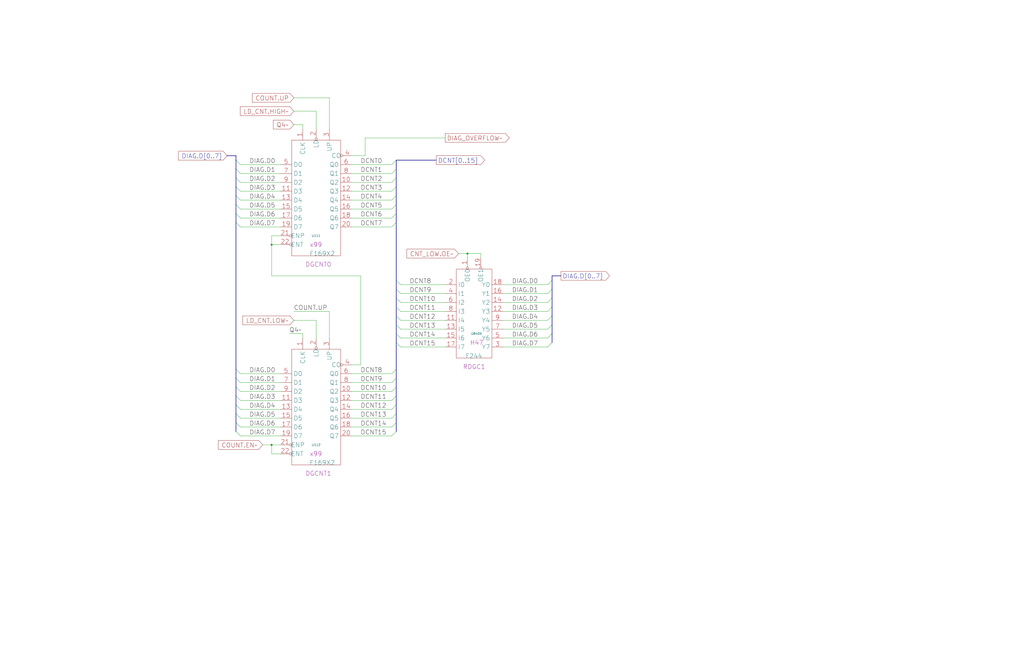
<source format=kicad_sch>
(kicad_sch (version 20230121) (generator eeschema)
  (paper "User" 584.2 378.46)
  (title_block (title "DIAGNOSTIC LOOP COUNTER") (date "22-MAY-90") (rev "1.0") (comment 1 "SEQUENCER") (comment 2 "232-003064") (comment 3 "S400") (comment 4 "RELEASED"))
  (lib_symbols
    (symbol "r1000:F169X2" (pin_names (offset 1.016))
      (property "Reference" "U" (at 2.54 5.08 0))
      (property "Value" "F169X2" (at -1.27 -5.08 0))
      (property "Location" "___" (at -1.27 0 0))
      (property "Name" "______" (at 3.81 -12.7 0))
      (symbol "F169X2_1_1"
        (circle (center -12.065 0) (radius 0.635))
        (circle (center -12.065 5.08) (radius 0.635))
        (rectangle (start -11.43 59.69) (end 16.51 -6.35))
        (circle (center 2.54 60.325) (radius 0.635))
        (circle (center 17.145 50.8) (radius 0.635))
        (pin input line (at -5.08 66.04 270) (length 6.35) (name "CLK") (number "1"))
        (pin output line (at 22.86 35.56 180) (length 6.35) (name "Q2") (number "10"))
        (pin input line (at -17.78 30.48 0) (length 6.35) (name "D3") (number "11"))
        (pin output line (at 22.86 30.48 180) (length 6.35) (name "Q3") (number "12"))
        (pin input line (at -17.78 25.4 0) (length 6.35) (name "D4") (number "13"))
        (pin output line (at 22.86 25.4 180) (length 6.35) (name "Q4") (number "14"))
        (pin input line (at -17.78 20.32 0) (length 6.35) (name "D5") (number "15"))
        (pin output line (at 22.86 20.32 180) (length 6.35) (name "Q5") (number "16"))
        (pin input line (at -17.78 15.24 0) (length 6.35) (name "D6") (number "17"))
        (pin output line (at 22.86 15.24 180) (length 6.35) (name "Q6") (number "18"))
        (pin input line (at -17.78 10.16 0) (length 6.35) (name "D7") (number "19"))
        (pin input line (at 2.54 66.04 270) (length 5.08) (name "LD") (number "2"))
        (pin output line (at 22.86 10.16 180) (length 6.35) (name "Q7") (number "20"))
        (pin input line (at -17.78 5.08 0) (length 5.08) (name "ENP") (number "21"))
        (pin input line (at -17.78 0 0) (length 5.08) (name "ENT") (number "22"))
        (pin input line (at 10.16 66.04 270) (length 6.35) (name "UP") (number "3"))
        (pin output line (at 22.86 50.8 180) (length 5.08) (name "CO") (number "4"))
        (pin input line (at -17.78 45.72 0) (length 6.35) (name "D0") (number "5"))
        (pin output line (at 22.86 45.72 180) (length 6.35) (name "Q0") (number "6"))
        (pin input line (at -17.78 40.64 0) (length 6.35) (name "D1") (number "7"))
        (pin output line (at 22.86 40.64 180) (length 6.35) (name "Q1") (number "8"))
        (pin input line (at -17.78 35.56 0) (length 6.35) (name "D2") (number "9"))
      )
    )
    (symbol "r1000:F244" (pin_names (offset 1.016))
      (property "Reference" "U" (at 2.54 5.08 0))
      (property "Value" "F244" (at -3.81 -7.62 0))
      (property "Location" "___" (at -1.27 0 0))
      (property "Name" "______" (at 1.27 -15.24 0))
      (symbol "F244_1_1"
        (rectangle (start -8.89 41.91) (end 11.43 -8.89))
        (circle (center -2.54 42.545) (radius 0.635))
        (circle (center 5.08 42.545) (radius 0.635))
        (pin input line (at -2.54 48.26 270) (length 5.08) (name "OE0") (number "1"))
        (pin input line (at -15.24 12.7 0) (length 6.35) (name "I4") (number "11"))
        (pin tri_state line (at 17.78 17.78 180) (length 6.35) (name "Y3") (number "12"))
        (pin input line (at -15.24 7.62 0) (length 6.35) (name "I5") (number "13"))
        (pin tri_state line (at 17.78 22.86 180) (length 6.35) (name "Y2") (number "14"))
        (pin input line (at -15.24 2.54 0) (length 6.35) (name "I6") (number "15"))
        (pin tri_state line (at 17.78 27.94 180) (length 6.35) (name "Y1") (number "16"))
        (pin input line (at -15.24 -2.54 0) (length 6.35) (name "I7") (number "17"))
        (pin tri_state line (at 17.78 33.02 180) (length 6.35) (name "Y0") (number "18"))
        (pin input line (at 5.08 48.26 270) (length 5.08) (name "OE1") (number "19"))
        (pin input line (at -15.24 33.02 0) (length 6.35) (name "I0") (number "2"))
        (pin tri_state line (at 17.78 -2.54 180) (length 6.35) (name "Y7") (number "3"))
        (pin input line (at -15.24 27.94 0) (length 6.35) (name "I1") (number "4"))
        (pin tri_state line (at 17.78 2.54 180) (length 6.35) (name "Y6") (number "5"))
        (pin input line (at -15.24 22.86 0) (length 6.35) (name "I2") (number "6"))
        (pin tri_state line (at 17.78 7.62 180) (length 6.35) (name "Y5") (number "7"))
        (pin input line (at -15.24 17.78 0) (length 6.35) (name "I3") (number "8"))
        (pin tri_state line (at 17.78 12.7 180) (length 6.35) (name "Y4") (number "9"))
      )
    )
  )
  (junction (at 154.94 254))
  (junction (at 154.94 139.7))
  (junction (at 266.7 144.78))
  (bus_entry (at 314.96 180.34) (size -2.54 2.54))
  (bus_entry (at 314.96 170.18) (size -2.54 2.54))
  (bus_entry (at 134.62 215.9) (size 2.54 2.54))
  (bus_entry (at 226.06 190.5) (size 2.54 2.54))
  (bus_entry (at 226.06 236.22) (size -2.54 2.54))
  (bus_entry (at 134.62 236.22) (size 2.54 2.54))
  (bus_entry (at 226.06 220.98) (size -2.54 2.54))
  (bus_entry (at 134.62 91.44) (size 2.54 2.54))
  (bus_entry (at 226.06 160.02) (size 2.54 2.54))
  (bus_entry (at 226.06 101.6) (size -2.54 2.54))
  (bus_entry (at 314.96 175.26) (size -2.54 2.54))
  (bus_entry (at 226.06 116.84) (size -2.54 2.54))
  (bus_entry (at 134.62 106.68) (size 2.54 2.54))
  (bus_entry (at 314.96 160.02) (size -2.54 2.54))
  (bus_entry (at 134.62 241.3) (size 2.54 2.54))
  (bus_entry (at 226.06 215.9) (size -2.54 2.54))
  (bus_entry (at 134.62 226.06) (size 2.54 2.54))
  (bus_entry (at 314.96 185.42) (size -2.54 2.54))
  (bus_entry (at 314.96 195.58) (size -2.54 2.54))
  (bus_entry (at 226.06 121.92) (size -2.54 2.54))
  (bus_entry (at 226.06 185.42) (size 2.54 2.54))
  (bus_entry (at 226.06 195.58) (size 2.54 2.54))
  (bus_entry (at 226.06 111.76) (size -2.54 2.54))
  (bus_entry (at 226.06 170.18) (size 2.54 2.54))
  (bus_entry (at 134.62 96.52) (size 2.54 2.54))
  (bus_entry (at 134.62 116.84) (size 2.54 2.54))
  (bus_entry (at 134.62 121.92) (size 2.54 2.54))
  (bus_entry (at 226.06 165.1) (size 2.54 2.54))
  (bus_entry (at 226.06 180.34) (size 2.54 2.54))
  (bus_entry (at 134.62 111.76) (size 2.54 2.54))
  (bus_entry (at 134.62 246.38) (size 2.54 2.54))
  (bus_entry (at 226.06 246.38) (size -2.54 2.54))
  (bus_entry (at 314.96 190.5) (size -2.54 2.54))
  (bus_entry (at 226.06 96.52) (size -2.54 2.54))
  (bus_entry (at 134.62 220.98) (size 2.54 2.54))
  (bus_entry (at 134.62 127) (size 2.54 2.54))
  (bus_entry (at 226.06 91.44) (size -2.54 2.54))
  (bus_entry (at 226.06 106.68) (size -2.54 2.54))
  (bus_entry (at 226.06 127) (size -2.54 2.54))
  (bus_entry (at 226.06 226.06) (size -2.54 2.54))
  (bus_entry (at 226.06 210.82) (size -2.54 2.54))
  (bus_entry (at 226.06 175.26) (size 2.54 2.54))
  (bus_entry (at 226.06 231.14) (size -2.54 2.54))
  (bus_entry (at 134.62 231.14) (size 2.54 2.54))
  (bus_entry (at 134.62 101.6) (size 2.54 2.54))
  (bus_entry (at 226.06 241.3) (size -2.54 2.54))
  (bus_entry (at 314.96 165.1) (size -2.54 2.54))
  (bus_entry (at 134.62 210.82) (size 2.54 2.54))
  (wire (pts (xy 149.86 254) (xy 154.94 254)))
  (wire (pts (xy 200.66 114.3) (xy 223.52 114.3)))
  (bus (pts (xy 134.62 210.82) (xy 134.62 215.9)))
  (wire (pts (xy 228.6 193.04) (xy 254 193.04)))
  (wire (pts (xy 200.66 124.46) (xy 223.52 124.46)))
  (wire (pts (xy 180.34 63.5) (xy 180.34 73.66)))
  (bus (pts (xy 248.92 91.44) (xy 226.06 91.44)))
  (wire (pts (xy 208.28 78.74) (xy 254 78.74)))
  (bus (pts (xy 134.62 121.92) (xy 134.62 127)))
  (bus (pts (xy 134.62 106.68) (xy 134.62 111.76)))
  (wire (pts (xy 200.66 248.92) (xy 223.52 248.92)))
  (wire (pts (xy 137.16 243.84) (xy 160.02 243.84)))
  (bus (pts (xy 129.54 88.9) (xy 134.62 88.9)))
  (bus (pts (xy 226.06 101.6) (xy 226.06 106.68)))
  (wire (pts (xy 167.64 55.88) (xy 187.96 55.88)))
  (wire (pts (xy 167.64 177.8) (xy 187.96 177.8)))
  (bus (pts (xy 134.62 236.22) (xy 134.62 241.3)))
  (bus (pts (xy 226.06 226.06) (xy 226.06 231.14)))
  (wire (pts (xy 200.66 208.28) (xy 205.74 208.28)))
  (bus (pts (xy 226.06 96.52) (xy 226.06 101.6)))
  (wire (pts (xy 205.74 157.48) (xy 154.94 157.48)))
  (wire (pts (xy 167.64 182.88) (xy 180.34 182.88)))
  (wire (pts (xy 200.66 109.22) (xy 223.52 109.22)))
  (wire (pts (xy 154.94 134.62) (xy 160.02 134.62)))
  (wire (pts (xy 266.7 144.78) (xy 266.7 147.32)))
  (wire (pts (xy 137.16 129.54) (xy 160.02 129.54)))
  (wire (pts (xy 228.6 172.72) (xy 254 172.72)))
  (wire (pts (xy 287.02 198.12) (xy 312.42 198.12)))
  (bus (pts (xy 134.62 231.14) (xy 134.62 236.22)))
  (wire (pts (xy 200.66 238.76) (xy 223.52 238.76)))
  (wire (pts (xy 200.66 88.9) (xy 208.28 88.9)))
  (wire (pts (xy 137.16 218.44) (xy 160.02 218.44)))
  (wire (pts (xy 200.66 218.44) (xy 223.52 218.44)))
  (wire (pts (xy 228.6 182.88) (xy 254 182.88)))
  (wire (pts (xy 165.1 190.5) (xy 172.72 190.5)))
  (wire (pts (xy 200.66 129.54) (xy 223.52 129.54)))
  (wire (pts (xy 137.16 228.6) (xy 160.02 228.6)))
  (bus (pts (xy 226.06 170.18) (xy 226.06 175.26)))
  (bus (pts (xy 226.06 236.22) (xy 226.06 241.3)))
  (wire (pts (xy 287.02 193.04) (xy 312.42 193.04)))
  (wire (pts (xy 287.02 167.64) (xy 312.42 167.64)))
  (wire (pts (xy 200.66 93.98) (xy 223.52 93.98)))
  (bus (pts (xy 314.96 180.34) (xy 314.96 185.42)))
  (wire (pts (xy 137.16 248.92) (xy 160.02 248.92)))
  (wire (pts (xy 160.02 259.08) (xy 154.94 259.08)))
  (bus (pts (xy 226.06 241.3) (xy 226.06 246.38)))
  (bus (pts (xy 314.96 157.48) (xy 320.04 157.48)))
  (wire (pts (xy 137.16 238.76) (xy 160.02 238.76)))
  (bus (pts (xy 134.62 116.84) (xy 134.62 121.92)))
  (bus (pts (xy 226.06 195.58) (xy 226.06 210.82)))
  (bus (pts (xy 226.06 160.02) (xy 226.06 165.1)))
  (wire (pts (xy 137.16 223.52) (xy 160.02 223.52)))
  (wire (pts (xy 154.94 254) (xy 160.02 254)))
  (wire (pts (xy 187.96 177.8) (xy 187.96 193.04)))
  (bus (pts (xy 226.06 220.98) (xy 226.06 226.06)))
  (bus (pts (xy 226.06 231.14) (xy 226.06 236.22)))
  (wire (pts (xy 287.02 162.56) (xy 312.42 162.56)))
  (wire (pts (xy 228.6 177.8) (xy 254 177.8)))
  (bus (pts (xy 134.62 96.52) (xy 134.62 101.6)))
  (wire (pts (xy 137.16 93.98) (xy 160.02 93.98)))
  (wire (pts (xy 200.66 104.14) (xy 223.52 104.14)))
  (bus (pts (xy 226.06 215.9) (xy 226.06 220.98)))
  (wire (pts (xy 137.16 124.46) (xy 160.02 124.46)))
  (bus (pts (xy 226.06 190.5) (xy 226.06 195.58)))
  (bus (pts (xy 226.06 175.26) (xy 226.06 180.34)))
  (wire (pts (xy 200.66 119.38) (xy 223.52 119.38)))
  (bus (pts (xy 226.06 116.84) (xy 226.06 121.92)))
  (bus (pts (xy 134.62 111.76) (xy 134.62 116.84)))
  (wire (pts (xy 200.66 213.36) (xy 223.52 213.36)))
  (wire (pts (xy 287.02 187.96) (xy 312.42 187.96)))
  (bus (pts (xy 314.96 157.48) (xy 314.96 160.02)))
  (bus (pts (xy 226.06 165.1) (xy 226.06 170.18)))
  (wire (pts (xy 137.16 119.38) (xy 160.02 119.38)))
  (bus (pts (xy 314.96 170.18) (xy 314.96 175.26)))
  (wire (pts (xy 180.34 182.88) (xy 180.34 193.04)))
  (wire (pts (xy 200.66 243.84) (xy 223.52 243.84)))
  (wire (pts (xy 205.74 208.28) (xy 205.74 157.48)))
  (bus (pts (xy 314.96 175.26) (xy 314.96 180.34)))
  (wire (pts (xy 200.66 228.6) (xy 223.52 228.6)))
  (wire (pts (xy 287.02 182.88) (xy 312.42 182.88)))
  (wire (pts (xy 137.16 114.3) (xy 160.02 114.3)))
  (wire (pts (xy 200.66 233.68) (xy 223.52 233.68)))
  (wire (pts (xy 261.62 144.78) (xy 266.7 144.78)))
  (wire (pts (xy 287.02 177.8) (xy 312.42 177.8)))
  (wire (pts (xy 137.16 104.14) (xy 160.02 104.14)))
  (bus (pts (xy 314.96 165.1) (xy 314.96 170.18)))
  (wire (pts (xy 154.94 139.7) (xy 160.02 139.7)))
  (bus (pts (xy 226.06 210.82) (xy 226.06 215.9)))
  (bus (pts (xy 226.06 111.76) (xy 226.06 116.84)))
  (wire (pts (xy 154.94 259.08) (xy 154.94 254)))
  (bus (pts (xy 134.62 226.06) (xy 134.62 231.14)))
  (bus (pts (xy 314.96 190.5) (xy 314.96 195.58)))
  (wire (pts (xy 172.72 190.5) (xy 172.72 193.04)))
  (wire (pts (xy 137.16 213.36) (xy 160.02 213.36)))
  (wire (pts (xy 274.32 144.78) (xy 274.32 147.32)))
  (bus (pts (xy 134.62 215.9) (xy 134.62 220.98)))
  (wire (pts (xy 266.7 144.78) (xy 274.32 144.78)))
  (wire (pts (xy 137.16 233.68) (xy 160.02 233.68)))
  (bus (pts (xy 226.06 185.42) (xy 226.06 190.5)))
  (wire (pts (xy 287.02 172.72) (xy 312.42 172.72)))
  (bus (pts (xy 226.06 91.44) (xy 226.06 96.52)))
  (bus (pts (xy 226.06 106.68) (xy 226.06 111.76)))
  (wire (pts (xy 137.16 109.22) (xy 160.02 109.22)))
  (wire (pts (xy 208.28 88.9) (xy 208.28 78.74)))
  (wire (pts (xy 228.6 167.64) (xy 254 167.64)))
  (bus (pts (xy 134.62 91.44) (xy 134.62 96.52)))
  (wire (pts (xy 154.94 139.7) (xy 154.94 134.62)))
  (bus (pts (xy 226.06 180.34) (xy 226.06 185.42)))
  (wire (pts (xy 137.16 99.06) (xy 160.02 99.06)))
  (wire (pts (xy 167.64 71.12) (xy 172.72 71.12)))
  (wire (pts (xy 200.66 99.06) (xy 223.52 99.06)))
  (bus (pts (xy 134.62 101.6) (xy 134.62 106.68)))
  (bus (pts (xy 134.62 127) (xy 134.62 210.82)))
  (bus (pts (xy 226.06 127) (xy 226.06 160.02)))
  (bus (pts (xy 314.96 160.02) (xy 314.96 165.1)))
  (wire (pts (xy 167.64 63.5) (xy 180.34 63.5)))
  (wire (pts (xy 172.72 71.12) (xy 172.72 73.66)))
  (bus (pts (xy 134.62 241.3) (xy 134.62 246.38)))
  (wire (pts (xy 228.6 187.96) (xy 254 187.96)))
  (bus (pts (xy 134.62 220.98) (xy 134.62 226.06)))
  (bus (pts (xy 226.06 121.92) (xy 226.06 127)))
  (wire (pts (xy 228.6 162.56) (xy 254 162.56)))
  (wire (pts (xy 228.6 198.12) (xy 254 198.12)))
  (wire (pts (xy 200.66 223.52) (xy 223.52 223.52)))
  (bus (pts (xy 134.62 88.9) (xy 134.62 91.44)))
  (wire (pts (xy 187.96 55.88) (xy 187.96 73.66)))
  (wire (pts (xy 154.94 157.48) (xy 154.94 139.7)))
  (bus (pts (xy 314.96 185.42) (xy 314.96 190.5)))
  (label "DIAG.D0" (at 142.24 93.98 0) (effects (font (size 2.54 2.54))))
  (label "DIAG.D4" (at 292.1 182.88 0) (effects (font (size 2.54 2.54))))
  (label "DCNT3" (at 205.74 109.22 0) (effects (font (size 2.54 2.54))))
  (label "DCNT2" (at 205.74 104.14 0) (effects (font (size 2.54 2.54))))
  (label "DIAG.D2" (at 142.24 223.52 0) (effects (font (size 2.54 2.54))))
  (label "DCNT6" (at 205.74 124.46 0) (effects (font (size 2.54 2.54))))
  (label "DIAG.D3" (at 292.1 177.8 0) (effects (font (size 2.54 2.54))))
  (label "DCNT1" (at 205.74 99.06 0) (effects (font (size 2.54 2.54))))
  (label "DIAG.D2" (at 142.24 104.14 0) (effects (font (size 2.54 2.54))))
  (label "DIAG.D1" (at 142.24 99.06 0) (effects (font (size 2.54 2.54))))
  (label "DCNT7" (at 205.74 129.54 0) (effects (font (size 2.54 2.54))))
  (label "DIAG.D1" (at 142.24 218.44 0) (effects (font (size 2.54 2.54))))
  (label "DCNT10" (at 205.74 223.52 0) (effects (font (size 2.54 2.54))))
  (label "DIAG.D5" (at 142.24 238.76 0) (effects (font (size 2.54 2.54))))
  (label "DIAG.D7" (at 292.1 198.12 0) (effects (font (size 2.54 2.54))))
  (label "DIAG.D3" (at 142.24 109.22 0) (effects (font (size 2.54 2.54))))
  (label "DCNT15" (at 205.74 248.92 0) (effects (font (size 2.54 2.54))))
  (label "DIAG.D5" (at 292.1 187.96 0) (effects (font (size 2.54 2.54))))
  (label "DIAG.D7" (at 142.24 248.92 0) (effects (font (size 2.54 2.54))))
  (label "DCNT4" (at 205.74 114.3 0) (effects (font (size 2.54 2.54))))
  (label "DCNT13" (at 233.68 187.96 0) (effects (font (size 2.54 2.54))))
  (label "DIAG.D4" (at 142.24 233.68 0) (effects (font (size 2.54 2.54))))
  (label "DIAG.D4" (at 142.24 114.3 0) (effects (font (size 2.54 2.54))))
  (label "DCNT9" (at 205.74 218.44 0) (effects (font (size 2.54 2.54))))
  (label "DIAG.D5" (at 142.24 119.38 0) (effects (font (size 2.54 2.54))))
  (label "DIAG.D0" (at 142.24 213.36 0) (effects (font (size 2.54 2.54))))
  (label "DCNT10" (at 233.68 172.72 0) (effects (font (size 2.54 2.54))))
  (label "DIAG.D0" (at 292.1 162.56 0) (effects (font (size 2.54 2.54))))
  (label "DIAG.D3" (at 142.24 228.6 0) (effects (font (size 2.54 2.54))))
  (label "COUNT.UP" (at 167.64 177.8 0) (effects (font (size 2.54 2.54))))
  (label "DCNT14" (at 205.74 243.84 0) (effects (font (size 2.54 2.54))))
  (label "DCNT5" (at 205.74 119.38 0) (effects (font (size 2.54 2.54))))
  (label "DCNT15" (at 233.68 198.12 0) (effects (font (size 2.54 2.54))))
  (label "DCNT12" (at 205.74 233.68 0) (effects (font (size 2.54 2.54))))
  (label "DIAG.D6" (at 142.24 124.46 0) (effects (font (size 2.54 2.54))))
  (label "DIAG.D7" (at 142.24 129.54 0) (effects (font (size 2.54 2.54))))
  (label "DIAG.D6" (at 142.24 243.84 0) (effects (font (size 2.54 2.54))))
  (label "Q4~" (at 165.1 190.5 0) (effects (font (size 2.54 2.54))))
  (label "DIAG.D1" (at 292.1 167.64 0) (effects (font (size 2.54 2.54))))
  (label "DCNT12" (at 233.68 182.88 0) (effects (font (size 2.54 2.54))))
  (label "DIAG.D2" (at 292.1 172.72 0) (effects (font (size 2.54 2.54))))
  (label "DIAG.D6" (at 292.1 193.04 0) (effects (font (size 2.54 2.54))))
  (label "DCNT13" (at 205.74 238.76 0) (effects (font (size 2.54 2.54))))
  (label "DCNT14" (at 233.68 193.04 0) (effects (font (size 2.54 2.54))))
  (label "DCNT8" (at 233.68 162.56 0) (effects (font (size 2.54 2.54))))
  (label "DCNT0" (at 205.74 93.98 0) (effects (font (size 2.54 2.54))))
  (label "DCNT11" (at 205.74 228.6 0) (effects (font (size 2.54 2.54))))
  (label "DCNT11" (at 233.68 177.8 0) (effects (font (size 2.54 2.54))))
  (label "DCNT9" (at 233.68 167.64 0) (effects (font (size 2.54 2.54))))
  (label "DCNT8" (at 205.74 213.36 0) (effects (font (size 2.54 2.54))))
  (global_label "DIAG_OVERFLOW~" (shape output) (at 254 78.74 0) (effects (font (size 2.54 2.54))) (property "Intersheetrefs" "${INTERSHEET_REFS}" (at 290.5155 78.5813 0) (effects (font (size 1.905 1.905)) (justify left))))
  (global_label "LD_CNT.LOW~" (shape input) (at 167.64 182.88 180) (effects (font (size 2.54 2.54))) (property "Intersheetrefs" "${INTERSHEET_REFS}" (at 138.5026 182.7213 0) (effects (font (size 1.905 1.905)) (justify right))))
  (global_label "DIAG.D[0..7]" (shape input) (at 129.54 88.9 180) (effects (font (size 2.54 2.54))) (property "Intersheetrefs" "${INTERSHEET_REFS}" (at 100.9969 88.9 0) (effects (font (size 1.905 1.905)) (justify right))))
  (global_label "COUNT.EN~" (shape input) (at 149.86 254 180) (effects (font (size 2.54 2.54))) (property "Intersheetrefs" "${INTERSHEET_REFS}" (at 124.593 253.8413 0) (effects (font (size 1.905 1.905)) (justify right))))
  (global_label "DIAG.D[0..7]" (shape output) (at 320.04 157.48 0) (effects (font (size 2.54 2.54))) (property "Intersheetrefs" "${INTERSHEET_REFS}" (at 348.5831 157.48 0) (effects (font (size 1.905 1.905)) (justify left))))
  (global_label "LD_CNT.HIGH~" (shape input) (at 167.64 63.5 180) (effects (font (size 2.54 2.54))) (property "Intersheetrefs" "${INTERSHEET_REFS}" (at 137.0511 63.3413 0) (effects (font (size 1.905 1.905)) (justify right))))
  (global_label "COUNT.UP" (shape input) (at 167.64 55.88 180) (effects (font (size 2.54 2.54))) (property "Intersheetrefs" "${INTERSHEET_REFS}" (at 143.9454 55.7213 0) (effects (font (size 1.905 1.905)) (justify right))))
  (global_label "CNT_LOW.OE~" (shape input) (at 261.62 144.78 180) (effects (font (size 2.54 2.54))) (property "Intersheetrefs" "${INTERSHEET_REFS}" (at 232.1197 144.6213 0) (effects (font (size 1.905 1.905)) (justify right))))
  (global_label "DCNT[0..15]" (shape output) (at 248.92 91.44 0) (effects (font (size 2.54 2.54))) (property "Intersheetrefs" "${INTERSHEET_REFS}" (at 276.485 91.2813 0) (effects (font (size 1.905 1.905)) (justify left))))
  (global_label "Q4~" (shape input) (at 167.64 71.12 180) (effects (font (size 2.54 2.54))) (property "Intersheetrefs" "${INTERSHEET_REFS}" (at 155.9197 70.9613 0) (effects (font (size 1.905 1.905)) (justify right))))
  (symbol (lib_id "r1000:F169X2") (at 177.8 259.08 0) (unit 1)
    (property "Reference" "U112" (at 180.34 254 0))
    (property "Value" "F169X2" (at 176.53 264.16 0) (effects (font (size 2.54 2.54)) (justify left)))
    (property "Location" "x99" (at 176.53 259.08 0) (effects (font (size 2.54 2.54)) (justify left)))
    (property "Name" "DGCNT1" (at 181.61 271.78 0) (effects (font (size 2.54 2.54)) (justify bottom)))
  )
  (symbol (lib_id "r1000:F244") (at 269.24 195.58 0) (unit 1)
    (property "Reference" "U8405" (at 271.78 190.5 0))
    (property "Value" "F244" (at 265.43 203.2 0) (effects (font (size 2.54 2.54)) (justify left)))
    (property "Location" "H47" (at 267.97 195.58 0) (effects (font (size 2.54 2.54)) (justify left)))
    (property "Name" "RDGC1" (at 270.51 210.82 0) (effects (font (size 2.54 2.54)) (justify bottom)))
  )
  (symbol (lib_id "r1000:F169X2") (at 177.8 139.7 0) (unit 1)
    (property "Reference" "U111" (at 180.34 134.62 0))
    (property "Value" "F169X2" (at 176.53 144.78 0) (effects (font (size 2.54 2.54)) (justify left)))
    (property "Location" "x99" (at 176.53 139.7 0) (effects (font (size 2.54 2.54)) (justify left)))
    (property "Name" "DGCNT0" (at 181.61 152.4 0) (effects (font (size 2.54 2.54)) (justify bottom)))
  )
)
</source>
